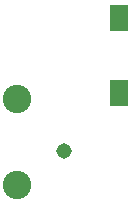
<source format=gbp>
G04 MADE WITH FRITZING*
G04 WWW.FRITZING.ORG*
G04 DOUBLE SIDED*
G04 HOLES PLATED*
G04 CONTOUR ON CENTER OF CONTOUR VECTOR*
%ASAXBY*%
%FSLAX23Y23*%
%MOIN*%
%OFA0B0*%
%SFA1.0B1.0*%
%ADD10C,0.051496*%
%ADD11C,0.094803*%
%ADD12R,0.062992X0.090551*%
%LNPASTEMASK0*%
G90*
G70*
G54D10*
X206Y1431D03*
G54D11*
X52Y1318D03*
X52Y1606D03*
G54D12*
X391Y1625D03*
X391Y1873D03*
G04 End of PasteMask0*
M02*
</source>
